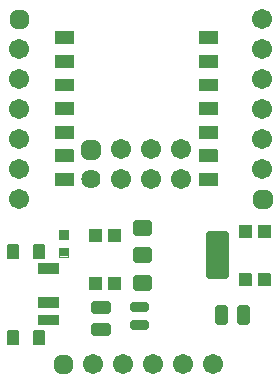
<source format=gbr>
G04 Generated by Ultiboard 13.0 *
%FSLAX25Y25*%
%MOIN*%

%ADD10C,0.00001*%
%ADD11R,0.03700X0.04500*%
%ADD12C,0.00400*%
%ADD13R,0.06500X0.03200*%
%ADD14C,0.06734*%
%ADD15R,0.02083X0.02083*%
%ADD16C,0.04317*%
%ADD17R,0.03150X0.03150*%
%ADD18R,0.03937X0.03937*%
%ADD19R,0.03666X0.02666*%
%ADD20C,0.02734*%
%ADD21R,0.04749X0.13332*%
%ADD22R,0.04168X0.01501*%
%ADD23C,0.02066*%
%ADD24R,0.02251X0.04668*%
%ADD25R,0.04668X0.02251*%
%ADD26C,0.06400*%
%ADD27R,0.02334X0.02334*%
%ADD28C,0.04400*%
%ADD29R,0.05906X0.03937*%


G04 ColorRGB FF00CC for the following layer *
%LNSolder Mask Top*%
%LPD*%
G54D10*
G54D11*
X8800Y17800D03*
X17500Y17800D03*
X8800Y46500D03*
X17500Y46500D03*
G54D12*
X6950Y15550D02*
X10650Y15550D01*
X10650Y20050D01*
X6950Y20050D01*
X6950Y15550D01*D02*
X15650Y15550D02*
X19350Y15550D01*
X19350Y20050D01*
X15650Y20050D01*
X15650Y15550D01*D02*
X17250Y22100D02*
X23750Y22100D01*
X23750Y25300D01*
X17250Y25300D01*
X17250Y22100D01*D02*
X17250Y28000D02*
X23750Y28000D01*
X23750Y31200D01*
X17250Y31200D01*
X17250Y28000D01*D02*
X17250Y39400D02*
X23750Y39400D01*
X23750Y42600D01*
X17250Y42600D01*
X17250Y39400D01*D02*
X6950Y44250D02*
X10650Y44250D01*
X10650Y48750D01*
X6950Y48750D01*
X6950Y44250D01*D02*
X15650Y44250D02*
X19350Y44250D01*
X19350Y48750D01*
X15650Y48750D01*
X15650Y44250D01*D02*
X24175Y44525D02*
X27325Y44525D01*
X27325Y47675D01*
X24175Y47675D01*
X24175Y44525D01*D02*
X24175Y50425D02*
X27325Y50425D01*
X27325Y53575D01*
X24175Y53575D01*
X24175Y50425D01*D02*
X34233Y33890D02*
X38169Y33890D01*
X38169Y37826D01*
X34233Y37826D01*
X34233Y33890D01*D02*
X40532Y33890D02*
X44468Y33890D01*
X44468Y37826D01*
X40532Y37826D01*
X40532Y33890D01*D02*
X34233Y50032D02*
X38169Y50032D01*
X38169Y53968D01*
X34233Y53968D01*
X34233Y50032D01*D02*
X40532Y50032D02*
X44468Y50032D01*
X44468Y53968D01*
X40532Y53968D01*
X40532Y50032D01*D02*
X90532Y35140D02*
X94468Y35140D01*
X94468Y39076D01*
X90532Y39076D01*
X90532Y35140D01*D02*
X84233Y35140D02*
X88169Y35140D01*
X88169Y39076D01*
X84233Y39076D01*
X84233Y35140D01*D02*
X90532Y51282D02*
X94468Y51282D01*
X94468Y55218D01*
X90532Y55218D01*
X90532Y51282D01*D02*
X84233Y51282D02*
X88169Y51282D01*
X88169Y55218D01*
X84233Y55218D01*
X84233Y51282D01*D02*
X22797Y68607D02*
X28703Y68607D01*
X28703Y72543D01*
X22797Y72543D01*
X22797Y68607D01*D02*
X70828Y68607D02*
X76734Y68607D01*
X76734Y72543D01*
X70828Y72543D01*
X70828Y68607D01*D02*
X22797Y76481D02*
X28703Y76481D01*
X28703Y80417D01*
X22797Y80417D01*
X22797Y76481D01*D02*
X70828Y76481D02*
X76734Y76481D01*
X76734Y80417D01*
X70828Y80417D01*
X70828Y76481D01*D02*
X22797Y84355D02*
X28703Y84355D01*
X28703Y88291D01*
X22797Y88291D01*
X22797Y84355D01*D02*
X70828Y84355D02*
X76734Y84355D01*
X76734Y88291D01*
X70828Y88291D01*
X70828Y84355D01*D02*
X22797Y92229D02*
X28703Y92229D01*
X28703Y96165D01*
X22797Y96165D01*
X22797Y92229D01*D02*
X70828Y92229D02*
X76734Y92229D01*
X76734Y96165D01*
X70828Y96165D01*
X70828Y92229D01*D02*
X22797Y100103D02*
X28703Y100103D01*
X28703Y104039D01*
X22797Y104039D01*
X22797Y100103D01*D02*
X70828Y100103D02*
X76734Y100103D01*
X76734Y104039D01*
X70828Y104039D01*
X70828Y100103D01*D02*
X22797Y107977D02*
X28703Y107977D01*
X28703Y111913D01*
X22797Y111913D01*
X22797Y107977D01*D02*
X70828Y107977D02*
X76734Y107977D01*
X76734Y111913D01*
X70828Y111913D01*
X70828Y107977D01*D02*
X22797Y115851D02*
X28703Y115851D01*
X28703Y119787D01*
X22797Y119787D01*
X22797Y115851D01*D02*
X70828Y115851D02*
X76734Y115851D01*
X76734Y119787D01*
X70828Y119787D01*
X70828Y115851D01*D02*
G54D13*
X20500Y23700D03*
X20500Y29600D03*
X20500Y41000D03*
G54D14*
X45625Y9000D03*
X55625Y9000D03*
X65625Y9000D03*
X35625Y9000D03*
X75625Y9000D03*
X10750Y64000D03*
X10750Y74000D03*
X10750Y84000D03*
X10750Y94000D03*
X10750Y104000D03*
X10750Y114000D03*
X92000Y114000D03*
X92000Y74000D03*
X92000Y104000D03*
X92000Y94000D03*
X92000Y84000D03*
X92000Y124000D03*
X54750Y70500D03*
X64750Y80500D03*
X44750Y70500D03*
X44750Y80500D03*
X54750Y80500D03*
X64750Y70500D03*
G54D15*
X25625Y9000D03*
X10750Y124000D03*
X92000Y64000D03*
G54D16*
X24584Y7959D02*
X26666Y7959D01*
X26666Y10041D01*
X24584Y10041D01*
X24584Y7959D01*D02*
X9709Y122959D02*
X11791Y122959D01*
X11791Y125041D01*
X9709Y125041D01*
X9709Y122959D01*D02*
X90959Y62959D02*
X93041Y62959D01*
X93041Y65041D01*
X90959Y65041D01*
X90959Y62959D01*D02*
G54D17*
X25750Y46100D03*
X25750Y52000D03*
G54D18*
X36201Y35858D03*
X42500Y35858D03*
X36201Y52000D03*
X42500Y52000D03*
X92500Y37108D03*
X86201Y37108D03*
X92500Y53250D03*
X86201Y53250D03*
G54D19*
X52000Y36083D03*
X52000Y45250D03*
X52000Y54417D03*
G54D20*
X50167Y34750D02*
X53833Y34750D01*
X53833Y37416D01*
X50167Y37416D01*
X50167Y34750D01*D02*
X50167Y43917D02*
X53833Y43917D01*
X53833Y46583D01*
X50167Y46583D01*
X50167Y43917D01*D02*
X74626Y38584D02*
X79374Y38584D01*
X79374Y51916D01*
X74626Y51916D01*
X74626Y38584D01*D02*
X50167Y53084D02*
X53833Y53084D01*
X53833Y55750D01*
X50167Y55750D01*
X50167Y53084D01*D02*
G54D21*
X77000Y45250D03*
G54D22*
X51000Y28000D03*
X51000Y22000D03*
G54D23*
X48916Y27250D02*
X53084Y27250D01*
X53084Y28750D01*
X48916Y28750D01*
X48916Y27250D01*D02*
X48916Y21250D02*
X53084Y21250D01*
X53084Y22750D01*
X48916Y22750D01*
X48916Y21250D01*D02*
X77208Y22916D02*
X79458Y22916D01*
X79458Y27584D01*
X77208Y27584D01*
X77208Y22916D01*D02*
X84542Y22916D02*
X86792Y22916D01*
X86792Y27584D01*
X84542Y27584D01*
X84542Y22916D01*D02*
X35916Y19208D02*
X40584Y19208D01*
X40584Y21458D01*
X35916Y21458D01*
X35916Y19208D01*D02*
X35916Y26542D02*
X40584Y26542D01*
X40584Y28792D01*
X35916Y28792D01*
X35916Y26542D01*D02*
G54D24*
X78333Y25250D03*
X85667Y25250D03*
G54D25*
X38250Y20333D03*
X38250Y27667D03*
G54D26*
X34750Y70500D03*
G54D27*
X34750Y80500D03*
G54D28*
X33583Y79333D02*
X35917Y79333D01*
X35917Y81667D01*
X33583Y81667D01*
X33583Y79333D01*D02*
G54D29*
X25750Y70575D03*
X73781Y70575D03*
X25750Y78449D03*
X73781Y78449D03*
X25750Y86323D03*
X73781Y86323D03*
X25750Y94197D03*
X73781Y94197D03*
X25750Y102071D03*
X73781Y102071D03*
X25750Y109945D03*
X73781Y109945D03*
X25750Y117819D03*
X73781Y117819D03*

M02*

</source>
